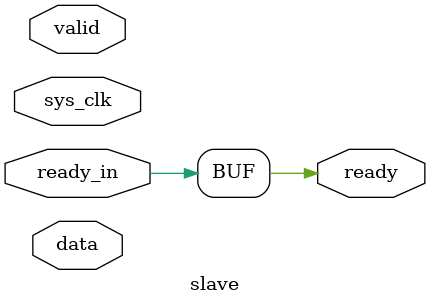
<source format=v>
module slave
(
    input wire      sys_clk  ,
    input wire [2:0] data     ,
    input wire      valid    ,
    input wire      ready_in ,

    output wire     ready
);

reg [7:0] result;

always @(posedge sys_clk) 
    if(valid && ready_in)
        result <= data;
    else 
        result <= 'b0;

assign ready = ready_in;

endmodule
</source>
